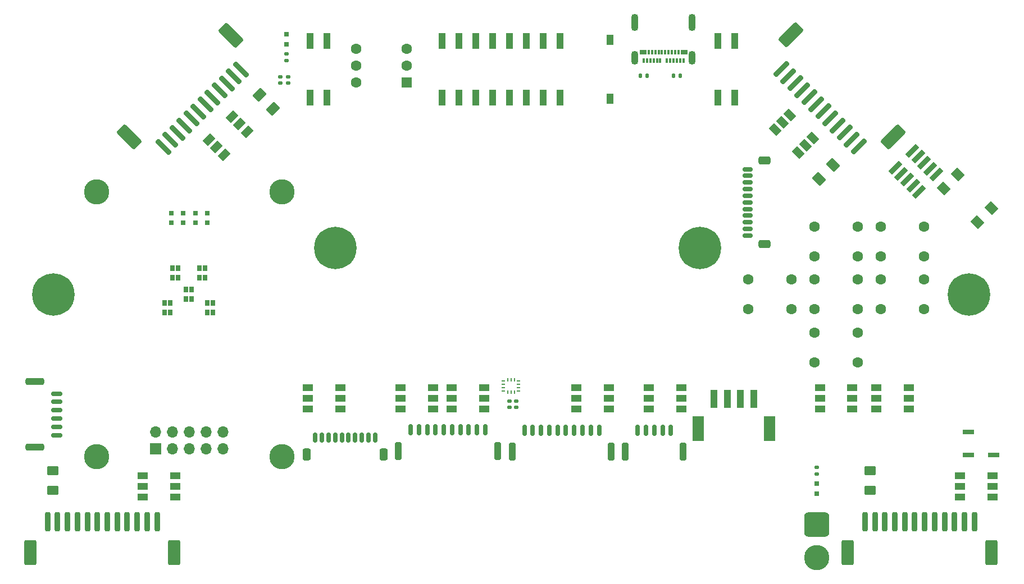
<source format=gbr>
%TF.GenerationSoftware,KiCad,Pcbnew,8.0.7*%
%TF.CreationDate,2025-04-13T15:12:29-04:00*%
%TF.ProjectId,control,636f6e74-726f-46c2-9e6b-696361645f70,rev?*%
%TF.SameCoordinates,Original*%
%TF.FileFunction,Soldermask,Top*%
%TF.FilePolarity,Negative*%
%FSLAX46Y46*%
G04 Gerber Fmt 4.6, Leading zero omitted, Abs format (unit mm)*
G04 Created by KiCad (PCBNEW 8.0.7) date 2025-04-13 15:12:29*
%MOMM*%
%LPD*%
G01*
G04 APERTURE LIST*
G04 Aperture macros list*
%AMRoundRect*
0 Rectangle with rounded corners*
0 $1 Rounding radius*
0 $2 $3 $4 $5 $6 $7 $8 $9 X,Y pos of 4 corners*
0 Add a 4 corners polygon primitive as box body*
4,1,4,$2,$3,$4,$5,$6,$7,$8,$9,$2,$3,0*
0 Add four circle primitives for the rounded corners*
1,1,$1+$1,$2,$3*
1,1,$1+$1,$4,$5*
1,1,$1+$1,$6,$7*
1,1,$1+$1,$8,$9*
0 Add four rect primitives between the rounded corners*
20,1,$1+$1,$2,$3,$4,$5,0*
20,1,$1+$1,$4,$5,$6,$7,0*
20,1,$1+$1,$6,$7,$8,$9,0*
20,1,$1+$1,$8,$9,$2,$3,0*%
%AMRotRect*
0 Rectangle, with rotation*
0 The origin of the aperture is its center*
0 $1 length*
0 $2 width*
0 $3 Rotation angle, in degrees counterclockwise*
0 Add horizontal line*
21,1,$1,$2,0,0,$3*%
G04 Aperture macros list end*
%ADD10R,1.000000X2.700000*%
%ADD11R,1.800000X3.800000*%
%ADD12RoundRect,0.200000X-0.742462X1.025305X-1.025305X0.742462X0.742462X-1.025305X1.025305X-0.742462X0*%
%ADD13RoundRect,0.250000X-0.707107X1.626346X-1.626346X0.707107X0.707107X-1.626346X1.626346X-0.707107X0*%
%ADD14RoundRect,0.050000X-0.750000X-0.500000X0.750000X-0.500000X0.750000X0.500000X-0.750000X0.500000X0*%
%ADD15RoundRect,0.050000X0.750000X0.500000X-0.750000X0.500000X-0.750000X-0.500000X0.750000X-0.500000X0*%
%ADD16R,1.130000X2.440000*%
%ADD17RoundRect,0.050000X0.883883X-0.176777X-0.176777X0.883883X-0.883883X0.176777X0.176777X-0.883883X0*%
%ADD18RoundRect,0.050000X-0.883883X0.176777X0.176777X-0.883883X0.883883X-0.176777X-0.176777X0.883883X0*%
%ADD19RoundRect,0.150000X0.150000X0.625000X-0.150000X0.625000X-0.150000X-0.625000X0.150000X-0.625000X0*%
%ADD20RoundRect,0.250000X0.350000X0.650000X-0.350000X0.650000X-0.350000X-0.650000X0.350000X-0.650000X0*%
%ADD21RoundRect,0.150000X-0.150000X-0.700000X0.150000X-0.700000X0.150000X0.700000X-0.150000X0.700000X0*%
%ADD22RoundRect,0.250000X-0.250000X-1.100000X0.250000X-1.100000X0.250000X1.100000X-0.250000X1.100000X0*%
%ADD23R,0.650000X0.850000*%
%ADD24R,1.600000X1.600000*%
%ADD25C,1.600000*%
%ADD26RoundRect,0.135000X0.185000X-0.135000X0.185000X0.135000X-0.185000X0.135000X-0.185000X-0.135000X0*%
%ADD27RoundRect,0.140000X0.170000X-0.140000X0.170000X0.140000X-0.170000X0.140000X-0.170000X-0.140000X0*%
%ADD28RoundRect,0.200000X-0.200000X-1.250000X0.200000X-1.250000X0.200000X1.250000X-0.200000X1.250000X0*%
%ADD29RoundRect,0.250000X-0.650000X-1.650000X0.650000X-1.650000X0.650000X1.650000X-0.650000X1.650000X0*%
%ADD30C,3.600000*%
%ADD31C,6.400000*%
%ADD32R,0.800000X0.800000*%
%ADD33R,0.300000X0.700000*%
%ADD34R,1.000000X0.700000*%
%ADD35O,1.100000X2.100000*%
%ADD36O,1.100000X2.600000*%
%ADD37RoundRect,0.135000X-0.185000X0.135000X-0.185000X-0.135000X0.185000X-0.135000X0.185000X0.135000X0*%
%ADD38RoundRect,0.250001X0.768977X0.114905X0.114905X0.768977X-0.768977X-0.114905X-0.114905X-0.768977X0*%
%ADD39R,1.800000X0.800000*%
%ADD40RoundRect,0.135000X-0.135000X-0.185000X0.135000X-0.185000X0.135000X0.185000X-0.135000X0.185000X0*%
%ADD41C,3.800000*%
%ADD42RoundRect,0.150000X0.700000X-0.150000X0.700000X0.150000X-0.700000X0.150000X-0.700000X-0.150000X0*%
%ADD43RoundRect,0.250000X1.150000X-0.250000X1.150000X0.250000X-1.150000X0.250000X-1.150000X-0.250000X0*%
%ADD44R,0.475000X0.250000*%
%ADD45R,0.250000X0.475000*%
%ADD46RoundRect,0.250001X-0.624999X0.462499X-0.624999X-0.462499X0.624999X-0.462499X0.624999X0.462499X0*%
%ADD47RotRect,0.800000X2.200000X135.000000*%
%ADD48RoundRect,0.200000X1.025305X0.742462X0.742462X1.025305X-1.025305X-0.742462X-0.742462X-1.025305X0*%
%ADD49RoundRect,0.250000X1.626346X0.707107X0.707107X1.626346X-1.626346X-0.707107X-0.707107X-1.626346X0*%
%ADD50RotRect,1.600000X1.400000X135.000000*%
%ADD51R,1.100000X1.500000*%
%ADD52RoundRect,0.150000X-0.625000X0.150000X-0.625000X-0.150000X0.625000X-0.150000X0.625000X0.150000X0*%
%ADD53RoundRect,0.250000X-0.650000X0.350000X-0.650000X-0.350000X0.650000X-0.350000X0.650000X0.350000X0*%
%ADD54RoundRect,0.250001X0.114905X-0.768977X0.768977X-0.114905X-0.114905X0.768977X-0.768977X0.114905X0*%
%ADD55RoundRect,0.135000X0.135000X0.185000X-0.135000X0.185000X-0.135000X-0.185000X0.135000X-0.185000X0*%
%ADD56RoundRect,0.050000X0.176777X0.883883X-0.883883X-0.176777X-0.176777X-0.883883X0.883883X0.176777X0*%
%ADD57RoundRect,0.050000X-0.176777X-0.883883X0.883883X0.176777X0.176777X0.883883X-0.883883X-0.176777X0*%
%ADD58R,1.700000X1.700000*%
%ADD59O,1.700000X1.700000*%
%ADD60RoundRect,0.760000X-1.140000X1.140000X-1.140000X-1.140000X1.140000X-1.140000X1.140000X1.140000X0*%
G04 APERTURE END LIST*
D10*
%TO.C,J13*%
X180600000Y-120800000D03*
X182600000Y-120800000D03*
X184600000Y-120800000D03*
X186600000Y-120800000D03*
D11*
X188950000Y-125250000D03*
X178250000Y-125250000D03*
%TD*%
D12*
%TO.C,J6*%
X109260660Y-71039340D03*
X108200000Y-72100000D03*
X107139340Y-73160660D03*
X106078679Y-74221321D03*
X105018019Y-75281981D03*
X103957359Y-76342641D03*
X102896699Y-77403301D03*
X101836039Y-78463961D03*
X100775379Y-79524621D03*
X99714718Y-80585282D03*
X98654058Y-81645942D03*
X97593398Y-82706602D03*
D13*
X107775736Y-65877461D03*
X92431519Y-81221678D03*
%TD*%
D14*
%TO.C,U9*%
X164750000Y-122300000D03*
X164750000Y-120700000D03*
X164750000Y-119100000D03*
D15*
X159850000Y-119100000D03*
X159850000Y-120700000D03*
X159850000Y-122300000D03*
%TD*%
D16*
%TO.C,SW3*%
X183690000Y-66700000D03*
X181150000Y-66700000D03*
X181150000Y-75300000D03*
X183690000Y-75300000D03*
%TD*%
D17*
%TO.C,U6*%
X192048959Y-77886218D03*
X190917588Y-79017588D03*
X189786218Y-80148959D03*
D18*
X193251041Y-83613782D03*
X194382412Y-82482412D03*
X195513782Y-81351041D03*
%TD*%
D14*
%TO.C,U11*%
X138250000Y-122300000D03*
X138250000Y-120700000D03*
X138250000Y-119100000D03*
D15*
X133350000Y-119100000D03*
X133350000Y-120700000D03*
X133350000Y-122300000D03*
%TD*%
D19*
%TO.C,J5*%
X129500000Y-126575000D03*
X128500000Y-126575000D03*
X127500000Y-126575000D03*
X126500000Y-126575000D03*
X125500000Y-126575000D03*
X124500000Y-126575000D03*
X123500000Y-126575000D03*
X122500000Y-126575000D03*
X121500000Y-126575000D03*
X120500000Y-126575000D03*
D20*
X130800000Y-129100000D03*
X119200000Y-129100000D03*
%TD*%
D21*
%TO.C,J12*%
X169100000Y-125500000D03*
X170350000Y-125500000D03*
X171600000Y-125500000D03*
X172850000Y-125500000D03*
X174100000Y-125500000D03*
D22*
X167250000Y-128700000D03*
X175950000Y-128700000D03*
%TD*%
D23*
%TO.C,D3*%
X99849999Y-101025000D03*
X98999999Y-101025000D03*
X99849999Y-102475000D03*
X98999999Y-102475000D03*
%TD*%
D14*
%TO.C,U8*%
X175650000Y-122300000D03*
X175650000Y-120700000D03*
X175650000Y-119100000D03*
D15*
X170750000Y-119100000D03*
X170750000Y-120700000D03*
X170750000Y-122300000D03*
%TD*%
D14*
%TO.C,U14*%
X209950000Y-122300000D03*
X209950000Y-120700000D03*
X209950000Y-119100000D03*
D15*
X205050000Y-119100000D03*
X205050000Y-120700000D03*
X205050000Y-122300000D03*
%TD*%
D14*
%TO.C,U13*%
X201450000Y-122300000D03*
X201450000Y-120700000D03*
X201450000Y-119100000D03*
D15*
X196550000Y-119100000D03*
X196550000Y-120700000D03*
X196550000Y-122300000D03*
%TD*%
D16*
%TO.C,SW6*%
X157390000Y-66700000D03*
X154850000Y-66700000D03*
X152310000Y-66700000D03*
X149770000Y-66700000D03*
X147230000Y-66700000D03*
X144690000Y-66700000D03*
X142150000Y-66700000D03*
X139610000Y-66700000D03*
X139610000Y-75300000D03*
X142150000Y-75300000D03*
X144690000Y-75300000D03*
X147230000Y-75300000D03*
X149770000Y-75300000D03*
X152310000Y-75300000D03*
X154850000Y-75300000D03*
X157390000Y-75300000D03*
%TD*%
D14*
%TO.C,U4*%
X99350000Y-135600000D03*
X99350000Y-134000000D03*
X99350000Y-132400000D03*
D15*
X94450000Y-132400000D03*
X94450000Y-134000000D03*
X94450000Y-135600000D03*
%TD*%
D14*
%TO.C,U7*%
X222550000Y-135600000D03*
X222550000Y-134000000D03*
X222550000Y-132400000D03*
D15*
X217650000Y-132400000D03*
X217650000Y-134000000D03*
X217650000Y-135600000D03*
%TD*%
D24*
%TO.C,SW4*%
X134310000Y-73040000D03*
D25*
X134310000Y-67960000D03*
X126690000Y-67960000D03*
X126690000Y-73040000D03*
X134310000Y-70500000D03*
X126690000Y-70500000D03*
%TD*%
D26*
%TO.C,R83*%
X116150000Y-69670000D03*
X116150000Y-68650000D03*
%TD*%
D27*
%TO.C,C1*%
X116400000Y-73080000D03*
X116400000Y-72120000D03*
%TD*%
D16*
%TO.C,SW5*%
X122290000Y-66700000D03*
X119750000Y-66700000D03*
X119750000Y-75300000D03*
X122290000Y-75300000D03*
%TD*%
D25*
%TO.C,SW11*%
X185730000Y-102750000D03*
X192230000Y-102750000D03*
X185730000Y-107250000D03*
X192230000Y-107250000D03*
%TD*%
%TO.C,SW8*%
X195750000Y-102750000D03*
X202250000Y-102750000D03*
X195750000Y-107250000D03*
X202250000Y-107250000D03*
%TD*%
D28*
%TO.C,J8*%
X203350000Y-139295000D03*
X204850000Y-139295000D03*
X206350000Y-139295000D03*
X207850000Y-139295000D03*
X209350000Y-139295000D03*
X210850000Y-139295000D03*
X212350000Y-139295000D03*
X213850000Y-139295000D03*
X215350000Y-139295000D03*
X216850000Y-139295000D03*
X218350000Y-139295000D03*
X219850000Y-139295000D03*
D29*
X200750000Y-143995000D03*
X222450000Y-143995000D03*
%TD*%
D30*
%TO.C,H1*%
X81000000Y-105000000D03*
D31*
X81000000Y-105000000D03*
%TD*%
D32*
%TO.C,D10*%
X98800000Y-92700000D03*
X98800000Y-94200000D03*
%TD*%
D33*
%TO.C,P1*%
X176000000Y-69715000D03*
X175500000Y-69715000D03*
X175000000Y-69715000D03*
X174500000Y-69715000D03*
X174000000Y-69715000D03*
X173500000Y-69715000D03*
X172500000Y-69715000D03*
X172000000Y-69715000D03*
X171500000Y-69715000D03*
X171000000Y-69715000D03*
X170500000Y-69715000D03*
X170000000Y-69715000D03*
D34*
X169900000Y-68415000D03*
D33*
X170750000Y-68415000D03*
X171250000Y-68415000D03*
X171750000Y-68415000D03*
X172250000Y-68415000D03*
X172750000Y-68415000D03*
X173250000Y-68415000D03*
X173750000Y-68415000D03*
X174250000Y-68415000D03*
X174750000Y-68415000D03*
X175250000Y-68415000D03*
D34*
X176100000Y-68415000D03*
D35*
X177320000Y-69305000D03*
D36*
X177320000Y-63945000D03*
D35*
X168680000Y-69305000D03*
D36*
X168680000Y-63945000D03*
%TD*%
D28*
%TO.C,J3*%
X80150000Y-139295000D03*
X81650000Y-139295000D03*
X83150000Y-139295000D03*
X84650000Y-139295000D03*
X86150000Y-139295000D03*
X87650000Y-139295000D03*
X89150000Y-139295000D03*
X90650000Y-139295000D03*
X92150000Y-139295000D03*
X93650000Y-139295000D03*
X95150000Y-139295000D03*
X96650000Y-139295000D03*
D29*
X77550000Y-143995000D03*
X99250000Y-143995000D03*
%TD*%
D32*
%TO.C,D12*%
X102400000Y-92700000D03*
X102400000Y-94200000D03*
%TD*%
D37*
%TO.C,R57*%
X196100000Y-131090000D03*
X196100000Y-132110000D03*
%TD*%
D38*
%TO.C,F2*%
X114151821Y-76951821D03*
X112048179Y-74848179D03*
%TD*%
D25*
%TO.C,SW12*%
X195750000Y-94750000D03*
X202250000Y-94750000D03*
X195750000Y-99250000D03*
X202250000Y-99250000D03*
%TD*%
D39*
%TO.C,BZ1*%
X218950000Y-125750000D03*
X218950000Y-129250000D03*
X222750000Y-129250000D03*
%TD*%
D40*
%TO.C,R15*%
X174490000Y-72000000D03*
X175510000Y-72000000D03*
%TD*%
D41*
%TO.C,H5*%
X115500000Y-89500000D03*
%TD*%
D23*
%TO.C,D6*%
X98600000Y-106275001D03*
X97750000Y-106275001D03*
X98600000Y-107725001D03*
X97750000Y-107725001D03*
%TD*%
D30*
%TO.C,H4*%
X178500000Y-98000000D03*
D31*
X178500000Y-98000000D03*
%TD*%
D32*
%TO.C,D13*%
X104200000Y-92700000D03*
X104200000Y-94200000D03*
%TD*%
D25*
%TO.C,SW10*%
X205750000Y-102750000D03*
X212250000Y-102750000D03*
X205750000Y-107250000D03*
X212250000Y-107250000D03*
%TD*%
D42*
%TO.C,J14*%
X81550000Y-126225000D03*
X81550000Y-124975000D03*
X81550000Y-123725000D03*
X81550000Y-122475000D03*
X81550000Y-121225000D03*
X81550000Y-119975000D03*
D43*
X78200000Y-128075000D03*
X78200000Y-118125000D03*
%TD*%
D23*
%TO.C,D4*%
X103850001Y-101025000D03*
X103000001Y-101025000D03*
X103850001Y-102475000D03*
X103000001Y-102475000D03*
%TD*%
D27*
%TO.C,C2*%
X115200000Y-73080000D03*
X115200000Y-72120000D03*
%TD*%
D44*
%TO.C,U2*%
X148837500Y-118050000D03*
X148837500Y-118550000D03*
X148837500Y-119050000D03*
X148837500Y-119550000D03*
D45*
X149500000Y-119712500D03*
X150000000Y-119712500D03*
X150500000Y-119712500D03*
D44*
X151162500Y-119550000D03*
X151162500Y-119050000D03*
X151162500Y-118550000D03*
X151162500Y-118050000D03*
D45*
X150500000Y-117887500D03*
X150000000Y-117887500D03*
X149500000Y-117887500D03*
%TD*%
D41*
%TO.C,H7*%
X115500000Y-129500000D03*
%TD*%
D46*
%TO.C,F1*%
X80900000Y-131612500D03*
X80900000Y-134587500D03*
%TD*%
D27*
%TO.C,C28*%
X149750000Y-122030000D03*
X149750000Y-121070000D03*
%TD*%
D47*
%TO.C,J2*%
X214082986Y-86909117D03*
X211509117Y-89482986D03*
X213184960Y-86011091D03*
X210611091Y-88584960D03*
X212286934Y-85113066D03*
X209713066Y-87686934D03*
X211388909Y-84215040D03*
X208815040Y-86788909D03*
X210490883Y-83317014D03*
X207917014Y-85890883D03*
%TD*%
D21*
%TO.C,J9*%
X152025000Y-125500000D03*
X153275000Y-125500000D03*
X154525000Y-125500000D03*
X155775000Y-125500000D03*
X157025000Y-125500000D03*
X158275000Y-125500000D03*
X159525000Y-125500000D03*
X160775000Y-125500000D03*
X162025000Y-125500000D03*
X163275000Y-125500000D03*
D22*
X150175000Y-128700000D03*
X165125000Y-128700000D03*
%TD*%
D48*
%TO.C,J7*%
X202396643Y-82670619D03*
X201335983Y-81609959D03*
X200275323Y-80549299D03*
X199214662Y-79488638D03*
X198154002Y-78427978D03*
X197093342Y-77367318D03*
X196032682Y-76306658D03*
X194972022Y-75245998D03*
X193911362Y-74185338D03*
X192850701Y-73124677D03*
X191790041Y-72064017D03*
X190729381Y-71003357D03*
D49*
X207558522Y-81185695D03*
X192214305Y-65841478D03*
%TD*%
D25*
%TO.C,SW7*%
X205750000Y-94750000D03*
X212250000Y-94750000D03*
X205750000Y-99250000D03*
X212250000Y-99250000D03*
%TD*%
%TO.C,SW9*%
X195750000Y-110750000D03*
X202250000Y-110750000D03*
X195750000Y-115250000D03*
X202250000Y-115250000D03*
%TD*%
D50*
%TO.C,SW2*%
X220284924Y-94106245D03*
X215193755Y-89015076D03*
X222406245Y-91984924D03*
X217315076Y-86893755D03*
%TD*%
D21*
%TO.C,J10*%
X134875000Y-125450000D03*
X136125000Y-125450000D03*
X137375000Y-125450000D03*
X138625000Y-125450000D03*
X139875000Y-125450000D03*
X141125000Y-125450000D03*
X142375000Y-125450000D03*
X143625000Y-125450000D03*
X144875000Y-125450000D03*
X146125000Y-125450000D03*
D22*
X133025000Y-128650000D03*
X147975000Y-128650000D03*
%TD*%
D51*
%TO.C,SW1*%
X164900000Y-75450000D03*
X164900000Y-66550000D03*
%TD*%
D32*
%TO.C,D8*%
X116150000Y-65750000D03*
X116150000Y-67250000D03*
%TD*%
%TO.C,D2*%
X196100000Y-135050000D03*
X196100000Y-133550000D03*
%TD*%
D52*
%TO.C,J4*%
X185675000Y-86100000D03*
X185675000Y-87100000D03*
X185675000Y-88100000D03*
X185675000Y-89100000D03*
X185675000Y-90100000D03*
X185675000Y-91100000D03*
X185675000Y-92100000D03*
X185675000Y-93100000D03*
X185675000Y-94100000D03*
X185675000Y-95100000D03*
X185675000Y-96100000D03*
D53*
X188200000Y-84800000D03*
X188200000Y-97400000D03*
%TD*%
D54*
%TO.C,F3*%
X196448179Y-87551821D03*
X198551821Y-85448179D03*
%TD*%
D46*
%TO.C,F4*%
X204100000Y-131612500D03*
X204100000Y-134587500D03*
%TD*%
D23*
%TO.C,D7*%
X105100000Y-106275001D03*
X104250000Y-106275001D03*
X105100000Y-107725001D03*
X104250000Y-107725001D03*
%TD*%
D14*
%TO.C,U10*%
X145950000Y-122300000D03*
X145950000Y-120700000D03*
X145950000Y-119100000D03*
D15*
X141050000Y-119100000D03*
X141050000Y-120700000D03*
X141050000Y-122300000D03*
%TD*%
D32*
%TO.C,D11*%
X100600000Y-92700000D03*
X100600000Y-94200000D03*
%TD*%
D30*
%TO.C,H2*%
X219000000Y-105000000D03*
D31*
X219000000Y-105000000D03*
%TD*%
D27*
%TO.C,C29*%
X150750000Y-122030000D03*
X150750000Y-121070000D03*
%TD*%
D41*
%TO.C,H8*%
X87500000Y-129500000D03*
%TD*%
D55*
%TO.C,R126*%
X170520000Y-72000000D03*
X169500000Y-72000000D03*
%TD*%
D14*
%TO.C,U12*%
X124250000Y-122300000D03*
X124250000Y-120700000D03*
X124250000Y-119100000D03*
D15*
X119350000Y-119100000D03*
X119350000Y-120700000D03*
X119350000Y-122300000D03*
%TD*%
D41*
%TO.C,H6*%
X87500000Y-89500000D03*
%TD*%
D30*
%TO.C,H3*%
X123500000Y-98000000D03*
D31*
X123500000Y-98000000D03*
%TD*%
D56*
%TO.C,U5*%
X104476259Y-81637024D03*
X105607629Y-82768395D03*
X106739000Y-83899765D03*
D57*
X110203823Y-80434942D03*
X109072453Y-79303571D03*
X107941082Y-78172201D03*
%TD*%
D58*
%TO.C,J15*%
X96425000Y-128275000D03*
D59*
X96425000Y-125735000D03*
X98965000Y-128275000D03*
X98965000Y-125735000D03*
X101505000Y-128275000D03*
X101505000Y-125735000D03*
X104045000Y-128275000D03*
X104045000Y-125735000D03*
X106585000Y-128275000D03*
X106585000Y-125735000D03*
%TD*%
D23*
%TO.C,D5*%
X101000000Y-104275000D03*
X101850000Y-104275000D03*
X101000000Y-105725000D03*
X101850000Y-105725000D03*
%TD*%
D60*
%TO.C,J11*%
X196100000Y-139700000D03*
D41*
X196100000Y-144700000D03*
%TD*%
M02*

</source>
